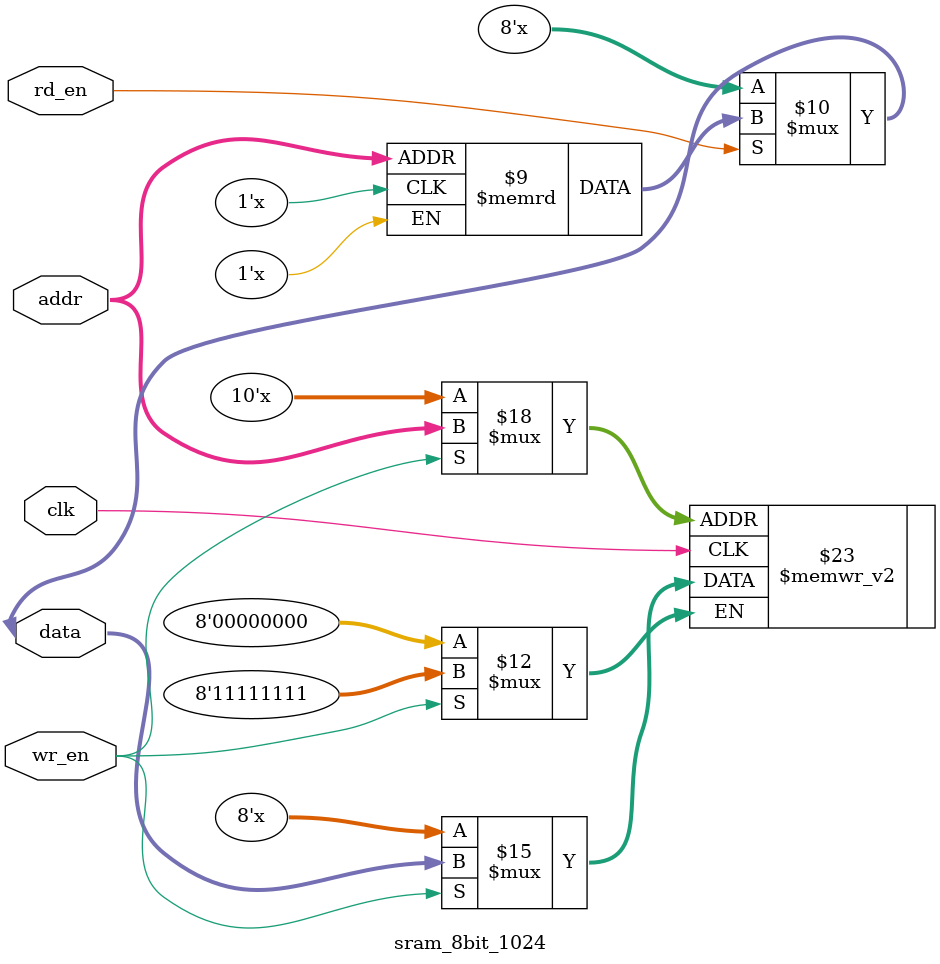
<source format=v>
`timescale 1ns / 1ps


//module RS_latch(
//    input R, S,
//    output Q, Qbar
//); 

//    nor (Q, R, Qbar);
//    nor (Qbar, S, Q);
    
//endmodule


//module RS_latch_en(
//    input R, S,
//    output Q, Qbar
//); 
    
//    wire w_r, w_s;
    
//    and (w_r, R, en);
//    and (w_s, S, en);

//    nor (Q, w_r, Qbar);
//    nor (Qbar, w_s, Q);
    
    
//endmodule



module D_flip_flop_n (
    input d,
    input clk, 
    input reset_p,
    output reg q
);

    always @(negedge clk or posedge reset_p) begin     // flip - flop
        if(reset_p) q = 0;
        else q = d;  

    end
    
    
endmodule

module D_flip_flop_p (
    input d,
    input clk, 
    input reset_p,
    output reg q
);

    always @(posedge clk or posedge reset_p) begin     // flip - flop
        if(reset_p) q = 0;
        else q = d;  

    end
      
endmodule


module T_flip_flop_n (
    input clk,
    input t,
    input reset_p,
    output reg q

);

//    wire d;
//    assign d = ~q;
    
//    always @(negedge clk) begin
//        q = d;    
//    end    
    always @(negedge clk or posedge reset_p) begin
        if(reset_p) q = 0;
        else if(t) q = ~q;    
    end

endmodule


module T_flip_flop_p (
    input clk,
    input t,
    input reset_p,
    output reg q
);


    always @(posedge clk or posedge reset_p) begin
        if(reset_p) q = 0;
        else if(t) q = ~q;
        else q = q;    
    end

endmodule



module up_counter_asyc (
    input clk,
    input reset_p,
    output [3:0] count
);
        
    T_flip_flop_n T0(.clk(clk), .reset_p(reset_p), .q(count[0]));
    T_flip_flop_n T1(.clk(count[0]), .reset_p(reset_p), .q(count[1]));
    T_flip_flop_n T2(.clk(count[1]), .reset_p(reset_p), .q(count[2]));
    T_flip_flop_n T3(.clk(count[2]), .reset_p(reset_p), .q(count[3]));


endmodule


module down_counter_asyc (
    input clk,
    input reset_p,
    output [3:0] count
);
        
    T_flip_flop_p T0(.clk(clk), .reset_p(reset_p), .q(count[0]));
    T_flip_flop_p T1(.clk(count[0]), .reset_p(reset_p), .q(count[1]));
    T_flip_flop_p T2(.clk(count[1]), .reset_p(reset_p), .q(count[2]));
    T_flip_flop_p T3(.clk(count[2]), .reset_p(reset_p), .q(count[3]));


endmodule



module up_counter_p (
    input clk,
    input reset_p,
    output reg [3:0] count
);
    always @(posedge clk or posedge reset_p) begin
        if(reset_p) count = 0;
        else count = count +1;
    end

endmodule


module down_counter_p (
    input clk,
    input reset_p,
    output reg [3:0] count
);
    always @(posedge clk or posedge reset_p) begin
        if(reset_p) count = 0;
        else count = count -1;
    end

endmodule


module up_down_counter (
    input clk, reset_p,
    input up_down,
    output reg [3:0] count
);

    
    always @(posedge clk or posedge reset_p) begin
        if(reset_p) count = 0;
        else if(up_down) count = count +1;
        else count = count -1;
    end


endmodule


module up_down_counter_BCD_p (
    input clk,
    input reset_p,
    input up_down,
    output reg [3:0] count
);

    always @(posedge clk or posedge reset_p) begin
        if(reset_p) count = 0;
        else begin
            if(up_down) begin
                if(count >= 9) count = 0;
                else count = count +1;
            end
            else begin
                if(count == 0) count = 9;
                else count = count -1;
            end
       end
    end        
        
endmodule



module ring_counter_fnd (
    input clk,
    output [3:0] com
);
    
    reg [3:0] temp;
    
    always @(posedge clk) begin
        if (temp != 4'b1110 && temp != 4'b1101 && temp != 4'b1011 && temp != 4'b0111) temp = 4'b1110;
        else if (temp == 4'b0111) temp = 4'b1110;
        else temp = {temp[2:0], 1'b1}; 
    end
    
    assign com = temp;
    
endmodule


module up_down_counter_Nbit_p #(parameter N = 4) (
    input clk,
    input reset_p,
    input up_down,
    output reg [N-1:0] count
);
    
   
    
    always @(posedge clk or posedge reset_p) begin
        if(reset_p) count = 0;
        else begin
            if(up_down) count = count +1;
            else count = count -1;
       end
    end        
        
endmodule



module edge_detector_n (
    input clk,
    input cp_in,
    input reset_p,
    output p_edge,
    output n_edge
);

    reg cp_in_old, cp_in_cur;
    
    always @(negedge clk or posedge reset_p) begin
        if(reset_p) begin cp_in_old = 0; cp_in_cur = 0; end
        else begin 
            cp_in_cur <= cp_in;        
            cp_in_old <= cp_in_cur;
        end    
    end

    assign p_edge = ~cp_in_old & cp_in_cur;
    assign n_edge = cp_in_old & ~cp_in_cur;

endmodule


module edge_detector_p (
    input clk,
    input cp_in,
    input reset_p,
    output p_edge,
    output n_edge
);

    reg cp_in_old, cp_in_cur;
    
    always @(posedge clk or posedge reset_p) begin
        if(reset_p) begin cp_in_old = 0; cp_in_cur = 0; end
        else begin 
            cp_in_cur <= cp_in;        
            cp_in_old <= cp_in_cur;
        end    
    end

    assign p_edge = ~cp_in_old & cp_in_cur;
    assign n_edge = cp_in_old & ~cp_in_cur;

endmodule


//module shift_register_SISO_s(
//    input d,
//    input clk, 
//    input reset_p,   
//    output q
//);
//    wire [2:0] w;
//    D_flip_flop_n dff3(.d(d), .clk(clk), .reset_p(reset_p), .q(w[2]));
//    D_flip_flop_n dff2(.d(w[2]), .clk(clk), .reset_p(reset_p), .q(w[1]));
//    D_flip_flop_n dff1(.d(w[1]), .clk(clk), .reset_p(reset_p), .q(w[0]));
//    D_flip_flop_n dff0(.d(w[0]), .clk(clk), .reset_p(reset_p), .q(q));
    
    
//endmodule

module shift_register_SISO_n(
    input d,
    input clk, 
    input reset_p,   
    output reg q
);
    
    reg [3:0] siso;
    
    always @(negedge clk or posedge reset_p) begin
        if(reset_p)  siso = 0;
        else begin
        siso[3] <= d;
        siso[2] <= siso[3];
        siso[1] <= siso[2];
        siso[0] <= siso[1];
        q <= siso[0];
        end 
    end

endmodule


module shift_register_PISO(
    input [3:0] d,
    input clk, reset_p, shift_load,
    output q
);

    reg [3:0] data;
    
    always @(posedge clk or posedge reset_p) begin
        if(reset_p) data = 0;
        else if(shift_load) data = {1'b0, data[3:1]};
        else data = d;       
    end
    
    assign q = data[0];

endmodule
    

//module shift_register_SIPO(
//    input d,
//    input clk, reset_p, 
//    input rd_en,
//    output [3:0] q
//);
    
//    wire [3:0] shift_register;
//    D_flip_flop_n D3(.d(d), .clk(clk), .reset_p(reset_p), .q(shift_register[3]));
//    D_flip_flop_n D2(.d(shift_register[3]), .clk(clk), .reset_p(reset_p), .q(shift_register[2]));
//    D_flip_flop_n D1(.d(shift_register[2]), .clk(clk), .reset_p(reset_p), .q(shift_register[1]));
//    D_flip_flop_n D0(.d(shift_register[1]), .clk(clk), .reset_p(reset_p), .q(shift_register[0]));
    
//    bufif1 (q[0], shift_register[0], rd_en); // buffer when 0 -> print
//    bufif1 (q[1], shift_register[1], rd_en);
//    bufif1 (q[2], shift_register[2], rd_en);
//    bufif1 (q[3], shift_register[3], rd_en);
    
//endmodule


module shift_register_SIPO(
    input d,
    input clk, reset_p, 
    input rd_en,
    output [3:0] q
);
    
    reg [3:0] shift_register;
    always@(negedge clk or posedge reset_p) begin
        if(reset_p) shift_register <= 0;
        else shift_register <= {d,shift_register[3:1]};
    end
    
    assign q = (rd_en) ? shift_register : 4'bz;
           
endmodule



module shift_register(
    input clk, reset_p, shift, load, sin,
    input [7:0] data_in,
    output reg [7:0] data_out
);
    
    always @(posedge clk or posedge reset_p) begin
        if(reset_p) data_out = 0;
        else if(shift) data_out = {sin, data_out[7:1]};
        else if(load) data_out = data_in;
        else data_out = data_out;        
    end   
    
endmodule


module register_Nbit_p #(parameter N=8)(
    input [N-1:0] d,
    input clk, reset_p, wr_en, rd_en,
    output q
);
    
    reg [N-1:0] register;
    
    always @(posedge clk or posedge reset_p) begin
        if(reset_p) register = 0;
        else if(wr_en) register = d;
        else register = register; 
    end
    
    assign q = rd_en ? register : 'bz;
    
endmodule


module sram_8bit_1024(
    input clk, wr_en, rd_en, 
    input [9:0] addr,
    inout [7:0] data
);
    
    reg [7:0] mem [0:1023];     //[0:1023] array
    
    always @(posedge clk)
        if(wr_en) mem[addr] <= data;
        
        assign data = rd_en ? mem[addr] : 8'bz;
    
endmodule






</source>
